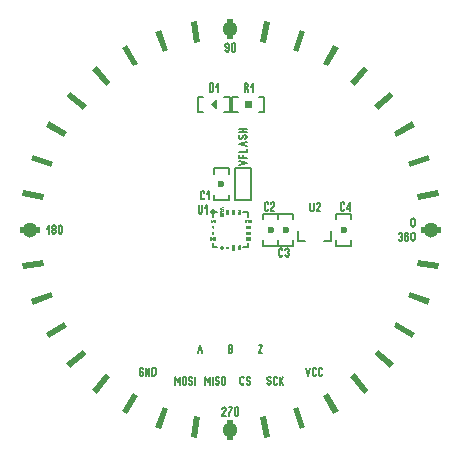
<source format=gbr>
%FSLAX34Y34*%
%MOMM*%
%LNSILK_TOP*%
G71*
G01*
%ADD10C, 0.152*%
%ADD11C, 0.500*%
%ADD12C, 0.032*%
%ADD13C, 0.127*%
%ADD14C, 0.150*%
%ADD15C, 0.600*%
%ADD16C, 1.300*%
%ADD17C, 0.203*%
%ADD18C, 0.100*%
%ADD19R, 1.800X0.500*%
%ADD20R, 0.500X1.800*%
%LPD*%
G54D10*
X-15000Y-10864D02*
X-15000Y-14952D01*
X-10910Y-14952D01*
G54D10*
X-15000Y10963D02*
X-15000Y15051D01*
X-10910Y15051D01*
G54D10*
X10913Y15051D02*
X15003Y15050D01*
X15003Y10962D01*
G54D10*
X15003Y-10863D02*
X15003Y-14952D01*
X10914Y-14952D01*
X-15000Y15051D02*
G54D11*
D03*
G54D12*
X17305Y8056D02*
X17216Y8278D01*
X17038Y8389D01*
X16860Y8389D01*
X16682Y8278D01*
X16593Y8056D01*
X16593Y7834D01*
X16682Y7612D01*
X16860Y7500D01*
X17038Y7500D01*
X17216Y7389D01*
X17305Y7167D01*
X17305Y6945D01*
X17216Y6723D01*
X17038Y6612D01*
X16860Y6612D01*
X16682Y6723D01*
X16593Y6945D01*
G54D12*
X15260Y8056D02*
X15349Y8278D01*
X15527Y8389D01*
X15705Y8389D01*
X15883Y8278D01*
X15972Y8056D01*
X15972Y6945D01*
X15883Y6723D01*
X15705Y6612D01*
X15527Y6612D01*
X15349Y6723D01*
X15260Y6945D01*
G54D12*
X14639Y6612D02*
X14638Y8389D01*
X14016Y8389D01*
G54D12*
X13394Y8389D02*
X13395Y6612D01*
G54D12*
X13394Y7834D02*
X12683Y6612D01*
G54D12*
X13128Y7500D02*
X12683Y8389D01*
G54D12*
X8391Y16780D02*
X6613Y16336D01*
X8391Y15891D01*
G54D12*
X6613Y15269D02*
X8391Y15269D01*
X8391Y14825D01*
X8280Y14647D01*
X8057Y14558D01*
X6946Y14558D01*
X6724Y14647D01*
X6613Y14825D01*
X6613Y15269D01*
G54D12*
X6613Y13936D02*
X8391Y13936D01*
X8391Y13492D01*
X8280Y13314D01*
X8057Y13225D01*
X6946Y13225D01*
X6724Y13314D01*
X6613Y13492D01*
X6613Y13936D01*
G54D12*
X1612Y16683D02*
X3390Y16683D01*
X1612Y15972D01*
X3390Y15972D01*
G54D12*
X1612Y14639D02*
X3390Y15350D01*
G54D12*
X1945Y13306D02*
X1723Y13395D01*
X1612Y13573D01*
X1612Y13750D01*
X1723Y13928D01*
X1945Y14017D01*
X3056Y14017D01*
X3278Y13928D01*
X3390Y13750D01*
X3390Y13573D01*
X3278Y13395D01*
X3056Y13306D01*
G54D12*
X-3389Y16684D02*
X-1612Y16684D01*
X-3389Y15973D01*
X-1612Y15973D01*
G54D12*
X-3389Y14640D02*
X-1612Y15351D01*
G54D12*
X-3056Y13307D02*
X-3278Y13396D01*
X-3389Y13573D01*
X-3389Y13751D01*
X-3278Y13929D01*
X-3056Y14018D01*
X-1945Y14018D01*
X-1723Y13929D01*
X-1612Y13751D01*
X-1612Y13573D01*
X-1723Y13396D01*
X-1945Y13307D01*
G54D12*
X-6610Y18780D02*
X-8388Y18335D01*
X-6610Y17891D01*
G54D12*
X-8388Y17269D02*
X-6610Y17269D01*
X-6610Y16646D01*
G54D12*
X-7499Y17269D02*
X-7499Y16646D01*
G54D12*
X-6610Y16025D02*
X-8388Y16025D01*
X-8388Y15402D01*
G54D12*
X-8388Y14781D02*
X-6610Y14336D01*
X-8388Y13892D01*
G54D12*
X-7722Y14603D02*
X-7722Y14070D01*
G54D12*
X-8055Y13270D02*
X-8277Y13181D01*
X-8388Y13003D01*
X-8388Y12825D01*
X-8277Y12648D01*
X-8055Y12559D01*
X-7833Y12559D01*
X-7610Y12648D01*
X-7499Y12825D01*
X-7499Y13003D01*
X-7388Y13181D01*
X-7166Y13270D01*
X-6944Y13270D01*
X-6722Y13181D01*
X-6610Y13003D01*
X-6610Y12825D01*
X-6722Y12648D01*
X-6944Y12558D01*
G54D12*
X-8388Y11937D02*
X-6610Y11937D01*
G54D12*
X-8388Y11226D02*
X-6610Y11226D01*
G54D12*
X-7499Y11937D02*
X-7499Y11226D01*
G54D12*
X-14556Y3390D02*
X-15001Y1612D01*
X-15445Y3390D01*
G54D12*
X-14734Y2723D02*
X-15268Y2723D01*
G54D12*
X-12912Y-6613D02*
X-12912Y-8391D01*
X-13356Y-7280D01*
X-13801Y-8391D01*
X-13801Y-6613D01*
G54D12*
X-15134Y-8058D02*
X-15134Y-6946D01*
X-15045Y-6724D01*
X-14867Y-6613D01*
X-14689Y-6613D01*
X-14512Y-6724D01*
X-14423Y-6946D01*
X-14423Y-8058D01*
X-14512Y-8280D01*
X-14689Y-8391D01*
X-14867Y-8391D01*
X-15045Y-8280D01*
X-15134Y-8058D01*
G54D12*
X-15756Y-6946D02*
X-15845Y-6724D01*
X-16022Y-6613D01*
X-16200Y-6613D01*
X-16378Y-6724D01*
X-16467Y-6946D01*
X-16467Y-7169D01*
X-16378Y-7391D01*
X-16200Y-7502D01*
X-16022Y-7502D01*
X-15845Y-7613D01*
X-15756Y-7835D01*
X-15756Y-8058D01*
X-15845Y-8280D01*
X-16022Y-8391D01*
X-16200Y-8391D01*
X-16378Y-8280D01*
X-16467Y-8058D01*
G54D12*
X-17089Y-6613D02*
X-17089Y-8391D01*
G54D12*
X16685Y3389D02*
X16685Y1611D01*
X15974Y3389D01*
X15974Y1611D01*
G54D12*
X15352Y3389D02*
X14641Y1611D01*
G54D12*
X13308Y3055D02*
X13397Y3278D01*
X13575Y3389D01*
X13752Y3389D01*
X13930Y3278D01*
X14019Y3055D01*
X14019Y1944D01*
X13930Y1722D01*
X13752Y1611D01*
X13575Y1611D01*
X13397Y1722D01*
X13308Y1944D01*
G54D12*
X16685Y-6613D02*
X16685Y-8391D01*
X15974Y-6613D01*
X15974Y-8391D01*
G54D12*
X15352Y-6613D02*
X14641Y-8391D01*
G54D12*
X13308Y-6946D02*
X13397Y-6724D01*
X13575Y-6613D01*
X13753Y-6613D01*
X13930Y-6724D01*
X14019Y-6946D01*
X14019Y-8058D01*
X13930Y-8280D01*
X13753Y-8391D01*
X13575Y-8391D01*
X13397Y-8280D01*
X13308Y-8058D01*
G54D12*
X-14645Y-3390D02*
X-15356Y-3390D01*
X-14645Y-1612D01*
X-15356Y-1612D01*
G54D12*
X16685Y-1612D02*
X16685Y-3389D01*
X15974Y-1612D01*
X15974Y-3389D01*
G54D12*
X15352Y-1612D02*
X14641Y-3389D01*
G54D12*
X13308Y-1945D02*
X13397Y-1723D01*
X13575Y-1612D01*
X13753Y-1612D01*
X13930Y-1723D01*
X14019Y-1945D01*
X14019Y-3056D01*
X13930Y-3278D01*
X13753Y-3389D01*
X13575Y-3389D01*
X13397Y-3278D01*
X13308Y-3056D01*
G54D12*
X-8055Y-14691D02*
X-8277Y-14602D01*
X-8388Y-14424D01*
X-8388Y-14246D01*
X-8277Y-14069D01*
X-8055Y-13980D01*
X-6944Y-13980D01*
X-6722Y-14069D01*
X-6610Y-14246D01*
X-6610Y-14424D01*
X-6722Y-14602D01*
X-6944Y-14691D01*
G54D12*
X-8055Y-15313D02*
X-8277Y-15402D01*
X-8388Y-15580D01*
X-8388Y-15757D01*
X-8277Y-15935D01*
X-8055Y-16024D01*
X-7833Y-16024D01*
X-7610Y-15935D01*
X-7499Y-15757D01*
X-7499Y-15580D01*
X-7388Y-15402D01*
X-7166Y-15313D01*
X-6944Y-15313D01*
X-6722Y-15402D01*
X-6610Y-15580D01*
X-6610Y-15757D01*
X-6722Y-15935D01*
X-6944Y-16024D01*
G54D12*
X-3389Y-14647D02*
X-1612Y-14647D01*
X-1612Y-15091D01*
X-1723Y-15269D01*
X-1945Y-15358D01*
X-2167Y-15358D01*
X-2389Y-15269D01*
X-2500Y-15091D01*
X-2612Y-15269D01*
X-2834Y-15358D01*
X-3056Y-15358D01*
X-3278Y-15269D01*
X-3389Y-15091D01*
X-3389Y-14647D01*
G54D12*
X-2500Y-14647D02*
X-2500Y-15091D01*
G54D12*
X1614Y-12914D02*
X3392Y-12914D01*
X2281Y-13358D01*
X3392Y-13803D01*
X1614Y-13803D01*
G54D12*
X1614Y-14425D02*
X3392Y-14425D01*
G54D12*
X1948Y-15047D02*
X1725Y-15136D01*
X1614Y-15314D01*
X1614Y-15491D01*
X1725Y-15669D01*
X1948Y-15758D01*
X2170Y-15758D01*
X2392Y-15669D01*
X2503Y-15491D01*
X2503Y-15314D01*
X2614Y-15136D01*
X2836Y-15047D01*
X3059Y-15047D01*
X3281Y-15136D01*
X3392Y-15314D01*
X3392Y-15491D01*
X3281Y-15669D01*
X3059Y-15758D01*
G54D12*
X3059Y-17091D02*
X1948Y-17091D01*
X1725Y-17002D01*
X1614Y-16824D01*
X1614Y-16646D01*
X1725Y-16469D01*
X1948Y-16380D01*
X3059Y-16380D01*
X3281Y-16469D01*
X3392Y-16646D01*
X3392Y-16824D01*
X3281Y-17002D01*
X3059Y-17091D01*
G54D12*
X7502Y-13669D02*
X7502Y-14025D01*
X6947Y-14025D01*
X6724Y-13936D01*
X6613Y-13758D01*
X6613Y-13580D01*
X6724Y-13403D01*
X6947Y-13314D01*
X8058Y-13314D01*
X8280Y-13403D01*
X8391Y-13580D01*
X8391Y-13758D01*
X8280Y-13936D01*
X8058Y-14025D01*
G54D12*
X6613Y-14647D02*
X8391Y-14647D01*
X6613Y-15358D01*
X8391Y-15358D01*
G54D12*
X6613Y-15980D02*
X8391Y-15980D01*
X8391Y-16424D01*
X8280Y-16602D01*
X8058Y-16691D01*
X6947Y-16691D01*
X6724Y-16602D01*
X6613Y-16424D01*
X6613Y-15980D01*
G54D12*
X-13318Y8389D02*
X-13318Y6612D01*
X-14029Y8389D01*
X-14029Y6612D01*
G54D12*
X-14651Y8389D02*
X-15362Y6612D01*
G54D12*
X-16695Y8056D02*
X-16606Y8278D01*
X-16429Y8389D01*
X-16251Y8389D01*
X-16073Y8278D01*
X-15984Y8056D01*
X-15984Y6945D01*
X-16073Y6723D01*
X-16251Y6612D01*
X-16429Y6612D01*
X-16606Y6723D01*
X-16695Y6945D01*
G54D13*
X-26937Y20748D02*
X-26937Y14971D01*
X-26581Y14082D01*
X-25870Y13638D01*
X-25159Y13638D01*
X-24448Y14082D01*
X-24092Y14971D01*
X-24092Y20748D01*
G54D13*
X-21604Y18082D02*
X-19826Y20748D01*
X-19826Y13638D01*
G54D13*
X-21056Y-131444D02*
X-21056Y-124333D01*
X-19279Y-128777D01*
X-17501Y-124333D01*
X-17501Y-131444D01*
G54D13*
X-15012Y-131444D02*
X-15012Y-124333D01*
G54D13*
X-12522Y-130110D02*
X-12167Y-130999D01*
X-11456Y-131444D01*
X-10745Y-131444D01*
X-10034Y-130999D01*
X-9678Y-130110D01*
X-9678Y-129222D01*
X-10034Y-128333D01*
X-10745Y-127888D01*
X-11456Y-127888D01*
X-12167Y-127444D01*
X-12522Y-126555D01*
X-12522Y-125666D01*
X-12167Y-124777D01*
X-11456Y-124333D01*
X-10745Y-124333D01*
X-10034Y-124777D01*
X-9678Y-125666D01*
G54D13*
X-4345Y-125666D02*
X-4345Y-130110D01*
X-4701Y-130999D01*
X-5412Y-131444D01*
X-6123Y-131444D01*
X-6834Y-130999D01*
X-7190Y-130110D01*
X-7190Y-125666D01*
X-6834Y-124777D01*
X-6123Y-124333D01*
X-5412Y-124333D01*
X-4701Y-124777D01*
X-4345Y-125666D01*
G54D13*
X-46456Y-131444D02*
X-46456Y-124333D01*
X-44678Y-128777D01*
X-42900Y-124333D01*
X-42900Y-131444D01*
G54D13*
X-37567Y-125666D02*
X-37567Y-130110D01*
X-37922Y-130999D01*
X-38633Y-131444D01*
X-39344Y-131444D01*
X-40055Y-130999D01*
X-40411Y-130110D01*
X-40411Y-125666D01*
X-40055Y-124777D01*
X-39344Y-124333D01*
X-38633Y-124333D01*
X-37922Y-124777D01*
X-37567Y-125666D01*
G54D13*
X-35078Y-130110D02*
X-34722Y-130999D01*
X-34011Y-131444D01*
X-33300Y-131444D01*
X-32589Y-130999D01*
X-32234Y-130110D01*
X-32234Y-129222D01*
X-32589Y-128333D01*
X-33300Y-127888D01*
X-34011Y-127888D01*
X-34722Y-127444D01*
X-35078Y-126555D01*
X-35078Y-125666D01*
X-34722Y-124777D01*
X-34011Y-124333D01*
X-33300Y-124333D01*
X-32589Y-124777D01*
X-32234Y-125666D01*
G54D13*
X-29745Y-131444D02*
X-29745Y-124333D01*
G54D13*
X11456Y-130110D02*
X11101Y-130999D01*
X10390Y-131444D01*
X9679Y-131444D01*
X8968Y-130999D01*
X8612Y-130110D01*
X8612Y-125666D01*
X8968Y-124777D01*
X9679Y-124333D01*
X10390Y-124333D01*
X11101Y-124777D01*
X11456Y-125666D01*
G54D13*
X13945Y-130110D02*
X14301Y-130999D01*
X15012Y-131444D01*
X15723Y-131444D01*
X16434Y-130999D01*
X16789Y-130110D01*
X16789Y-129222D01*
X16434Y-128333D01*
X15723Y-127888D01*
X15012Y-127888D01*
X14301Y-127444D01*
X13945Y-126555D01*
X13945Y-125666D01*
X14301Y-124777D01*
X15012Y-124333D01*
X15723Y-124333D01*
X16434Y-124777D01*
X16789Y-125666D01*
G54D13*
X31379Y-130110D02*
X31735Y-130999D01*
X32446Y-131444D01*
X33157Y-131444D01*
X33868Y-130999D01*
X34223Y-130110D01*
X34223Y-129222D01*
X33868Y-128333D01*
X33157Y-127888D01*
X32446Y-127888D01*
X31735Y-127444D01*
X31379Y-126555D01*
X31379Y-125666D01*
X31735Y-124777D01*
X32446Y-124333D01*
X33157Y-124333D01*
X33868Y-124777D01*
X34223Y-125666D01*
G54D13*
X39556Y-130110D02*
X39201Y-130999D01*
X38490Y-131444D01*
X37779Y-131444D01*
X37068Y-130999D01*
X36712Y-130110D01*
X36712Y-125666D01*
X37068Y-124777D01*
X37779Y-124333D01*
X38490Y-124333D01*
X39201Y-124777D01*
X39556Y-125666D01*
G54D13*
X42045Y-131444D02*
X42045Y-124333D01*
G54D13*
X42045Y-129222D02*
X44889Y-124333D01*
G54D13*
X43112Y-127888D02*
X44889Y-131444D01*
G54D13*
X-27178Y-104456D02*
X-25401Y-97345D01*
X-23623Y-104456D01*
G54D13*
X-26467Y-101790D02*
X-24334Y-101790D01*
G54D13*
X-1422Y-104433D02*
X-1422Y-97322D01*
X355Y-97322D01*
X1066Y-97766D01*
X1422Y-98655D01*
X1422Y-99544D01*
X1066Y-100433D01*
X355Y-100877D01*
X1066Y-101322D01*
X1422Y-102210D01*
X1422Y-103099D01*
X1066Y-103988D01*
X355Y-104433D01*
X-1422Y-104433D01*
G54D13*
X-1422Y-100877D02*
X355Y-100877D01*
G54D13*
X24000Y-97322D02*
X26844Y-97322D01*
X24000Y-104433D01*
X26844Y-104433D01*
G54D13*
X-75234Y-120332D02*
X-73811Y-120332D01*
X-73811Y-122554D01*
X-74167Y-123443D01*
X-74878Y-123888D01*
X-75589Y-123888D01*
X-76300Y-123443D01*
X-76656Y-122554D01*
X-76656Y-118110D01*
X-76300Y-117221D01*
X-75589Y-116777D01*
X-74878Y-116777D01*
X-74167Y-117221D01*
X-73811Y-118110D01*
G54D13*
X-71323Y-123888D02*
X-71323Y-116777D01*
X-68478Y-123888D01*
X-68478Y-116777D01*
G54D13*
X-65990Y-123888D02*
X-65990Y-116777D01*
X-64212Y-116777D01*
X-63501Y-117221D01*
X-63145Y-118110D01*
X-63145Y-122554D01*
X-63501Y-123443D01*
X-64212Y-123888D01*
X-65990Y-123888D01*
G54D13*
X63665Y-116777D02*
X65443Y-123888D01*
X67221Y-116777D01*
G54D13*
X72555Y-122554D02*
X72199Y-123443D01*
X71488Y-123888D01*
X70777Y-123888D01*
X70066Y-123443D01*
X69710Y-122554D01*
X69710Y-118110D01*
X70066Y-117221D01*
X70777Y-116777D01*
X71488Y-116777D01*
X72199Y-117221D01*
X72555Y-118110D01*
G54D13*
X77888Y-122554D02*
X77532Y-123443D01*
X76821Y-123888D01*
X76110Y-123888D01*
X75399Y-123443D01*
X75043Y-122554D01*
X75043Y-118110D01*
X75399Y-117221D01*
X76110Y-116777D01*
X76821Y-116777D01*
X77532Y-117221D01*
X77888Y-118110D01*
G54D14*
X-1149Y47108D02*
X-1148Y51870D01*
X-13849Y51870D01*
X-13849Y47108D01*
G54D14*
X-1149Y29645D02*
X-1149Y24883D01*
X-13849Y24883D01*
X-13849Y29645D01*
X-7498Y38376D02*
G54D15*
D03*
G54D13*
X-22129Y26904D02*
X-22485Y26015D01*
X-23196Y25571D01*
X-23907Y25571D01*
X-24618Y26015D01*
X-24974Y26904D01*
X-24974Y31349D01*
X-24618Y32238D01*
X-23907Y32682D01*
X-23196Y32682D01*
X-22485Y32238D01*
X-22129Y31349D01*
G54D13*
X-19641Y30015D02*
X-17863Y32682D01*
X-17863Y25571D01*
G54D14*
X27782Y-8731D02*
X27782Y-13494D01*
X40482Y-13494D01*
X40482Y-8731D01*
G54D14*
X27782Y8731D02*
X27782Y13494D01*
X40482Y13494D01*
X40482Y8731D01*
X34131Y0D02*
G54D15*
D03*
G54D13*
X31986Y17347D02*
X31630Y16458D01*
X30919Y16014D01*
X30208Y16014D01*
X29497Y16458D01*
X29141Y17347D01*
X29141Y21792D01*
X29497Y22680D01*
X30208Y23125D01*
X30919Y23125D01*
X31630Y22680D01*
X31986Y21792D01*
G54D13*
X37319Y16014D02*
X34474Y16014D01*
X34474Y16458D01*
X34830Y17347D01*
X36963Y20014D01*
X37319Y20902D01*
X37319Y21792D01*
X36963Y22680D01*
X36252Y23125D01*
X35541Y23125D01*
X34830Y22680D01*
X34474Y21792D01*
G54D13*
X-155066Y889D02*
X-153288Y3555D01*
X-153288Y-3556D01*
G54D13*
X-149021Y0D02*
X-149732Y0D01*
X-150443Y444D01*
X-150799Y1333D01*
X-150799Y2222D01*
X-150443Y3111D01*
X-149732Y3555D01*
X-149021Y3555D01*
X-148310Y3111D01*
X-147954Y2222D01*
X-147954Y1333D01*
X-148310Y444D01*
X-149021Y0D01*
X-148310Y-445D01*
X-147954Y-1334D01*
X-147954Y-2222D01*
X-148310Y-3111D01*
X-149021Y-3556D01*
X-149732Y-3556D01*
X-150443Y-3111D01*
X-150799Y-2222D01*
X-150799Y-1334D01*
X-150443Y-445D01*
X-149732Y0D01*
G54D13*
X-142621Y2222D02*
X-142621Y-2222D01*
X-142977Y-3111D01*
X-143688Y-3556D01*
X-144399Y-3556D01*
X-145110Y-3111D01*
X-145466Y-2222D01*
X-145466Y2222D01*
X-145110Y3111D01*
X-144399Y3555D01*
X-143688Y3555D01*
X-142977Y3111D01*
X-142621Y2222D01*
G54D13*
X-4088Y152088D02*
X-3733Y151199D01*
X-3022Y150754D01*
X-2311Y150754D01*
X-1600Y151199D01*
X-1244Y152088D01*
X-1244Y154310D01*
X-1244Y154754D01*
X-2311Y153866D01*
X-3022Y153866D01*
X-3733Y154310D01*
X-4088Y155199D01*
X-4088Y156532D01*
X-3733Y157421D01*
X-3022Y157866D01*
X-2311Y157866D01*
X-1600Y157421D01*
X-1244Y156532D01*
X-1244Y154310D01*
G54D13*
X4089Y156532D02*
X4089Y152088D01*
X3733Y151199D01*
X3022Y150754D01*
X2311Y150754D01*
X1600Y151199D01*
X1244Y152088D01*
X1244Y156532D01*
X1600Y157421D01*
X2311Y157866D01*
X3022Y157866D01*
X3733Y157421D01*
X4089Y156532D01*
G54D13*
X-3910Y-157336D02*
X-6754Y-157336D01*
X-6754Y-156892D01*
X-6399Y-156003D01*
X-4266Y-153336D01*
X-3910Y-152447D01*
X-3910Y-151558D01*
X-4266Y-150670D01*
X-4977Y-150225D01*
X-5688Y-150225D01*
X-6399Y-150670D01*
X-6754Y-151558D01*
G54D13*
X-1422Y-150225D02*
X1423Y-150225D01*
X1067Y-151114D01*
X356Y-152447D01*
X-355Y-154225D01*
X-710Y-155558D01*
X-710Y-157336D01*
G54D13*
X6756Y-151558D02*
X6756Y-156003D01*
X6400Y-156892D01*
X5689Y-157336D01*
X4978Y-157336D01*
X4267Y-156892D01*
X3912Y-156003D01*
X3912Y-151558D01*
X4267Y-150670D01*
X4978Y-150225D01*
X5689Y-150225D01*
X6400Y-150670D01*
X6756Y-151558D01*
G54D13*
X156065Y8175D02*
X156065Y3731D01*
X155710Y2842D01*
X154999Y2398D01*
X154288Y2398D01*
X153577Y2842D01*
X153221Y3731D01*
X153221Y8175D01*
X153577Y9064D01*
X154288Y9509D01*
X154999Y9509D01*
X155710Y9064D01*
X156065Y8175D01*
G54D13*
X142556Y-3731D02*
X142911Y-2842D01*
X143622Y-2398D01*
X144333Y-2398D01*
X145044Y-2842D01*
X145400Y-3731D01*
X145400Y-4620D01*
X145044Y-5509D01*
X144333Y-5953D01*
X145044Y-6398D01*
X145400Y-7286D01*
X145400Y-8176D01*
X145044Y-9064D01*
X144333Y-9509D01*
X143622Y-9509D01*
X142911Y-9064D01*
X142556Y-8176D01*
G54D13*
X150733Y-3731D02*
X150377Y-2842D01*
X149666Y-2398D01*
X148955Y-2398D01*
X148244Y-2842D01*
X147888Y-3731D01*
X147888Y-5953D01*
X147888Y-6398D01*
X148955Y-5509D01*
X149666Y-5509D01*
X150377Y-5953D01*
X150733Y-6842D01*
X150733Y-8176D01*
X150377Y-9064D01*
X149666Y-9509D01*
X148955Y-9509D01*
X148244Y-9064D01*
X147888Y-8176D01*
X147888Y-5953D01*
G54D13*
X156066Y-3731D02*
X156066Y-8176D01*
X155710Y-9064D01*
X154999Y-9509D01*
X154288Y-9509D01*
X153577Y-9064D01*
X153222Y-8176D01*
X153222Y-3731D01*
X153577Y-2842D01*
X154288Y-2398D01*
X154999Y-2398D01*
X155710Y-2842D01*
X156066Y-3731D01*
X170000Y0D02*
G54D16*
D03*
X0Y170000D02*
G54D16*
D03*
X-170000Y0D02*
G54D16*
D03*
X0Y-170000D02*
G54D16*
D03*
G54D17*
X79414Y-9492D02*
X85434Y-9492D01*
X85434Y-1491D01*
G54D17*
X63412Y-9492D02*
X57418Y-9492D01*
X57418Y-1491D01*
G54D13*
X67872Y22847D02*
X67872Y17070D01*
X68227Y16181D01*
X68938Y15736D01*
X69650Y15736D01*
X70361Y16181D01*
X70716Y17070D01*
X70716Y22848D01*
G54D13*
X76049Y15736D02*
X73205Y15736D01*
X73205Y16181D01*
X73560Y17070D01*
X75694Y19736D01*
X76049Y20625D01*
X76049Y21514D01*
X75694Y22403D01*
X74982Y22848D01*
X74271Y22848D01*
X73560Y22403D01*
X73205Y21514D01*
G54D14*
X102345Y8732D02*
X102345Y13495D01*
X89645Y13495D01*
X89645Y8732D01*
G54D14*
X102345Y-8730D02*
X102345Y-13493D01*
X89645Y-13493D01*
X89645Y-8730D01*
X95996Y1D02*
G54D15*
D03*
G54D13*
X96315Y17348D02*
X95960Y16459D01*
X95248Y16015D01*
X94537Y16015D01*
X93826Y16459D01*
X93471Y17348D01*
X93471Y21793D01*
X93826Y22682D01*
X94537Y23126D01*
X95248Y23126D01*
X95960Y22682D01*
X96315Y21793D01*
G54D13*
X100937Y16015D02*
X100937Y23126D01*
X98804Y18682D01*
X98804Y17793D01*
X101648Y17793D01*
G54D14*
X40482Y-8731D02*
X40482Y-13494D01*
X53182Y-13494D01*
X53182Y-8731D01*
G54D14*
X40482Y8731D02*
X40482Y13494D01*
X53182Y13494D01*
X53182Y8731D01*
X46831Y0D02*
G54D15*
D03*
G54D13*
X44164Y-21546D02*
X43808Y-22435D01*
X43097Y-22880D01*
X42386Y-22880D01*
X41675Y-22435D01*
X41319Y-21546D01*
X41319Y-17102D01*
X41675Y-16213D01*
X42386Y-15769D01*
X43097Y-15769D01*
X43808Y-16213D01*
X44164Y-17102D01*
G54D13*
X46652Y-17102D02*
X47008Y-16213D01*
X47719Y-15769D01*
X48430Y-15769D01*
X49141Y-16213D01*
X49497Y-17102D01*
X49497Y-17991D01*
X49141Y-18880D01*
X48430Y-19324D01*
X49141Y-19769D01*
X49497Y-20658D01*
X49497Y-21546D01*
X49141Y-22435D01*
X48430Y-22880D01*
X47719Y-22880D01*
X47008Y-22435D01*
X46652Y-21546D01*
G54D14*
X23872Y100012D02*
X28635Y100012D01*
X28635Y112712D01*
X23872Y112712D01*
G54D14*
X6410Y100012D02*
X1648Y100012D01*
X1647Y112712D01*
X6410Y112712D01*
G36*
X18141Y109361D02*
X18141Y103361D01*
X12141Y103361D01*
X12141Y109361D01*
X18141Y109361D01*
G37*
G54D13*
X13432Y120318D02*
X14498Y119429D01*
X14854Y118540D01*
X14854Y116762D01*
G54D13*
X12010Y116762D02*
X12010Y123873D01*
X13787Y123873D01*
X14498Y123429D01*
X14854Y122540D01*
X14854Y121651D01*
X14498Y120762D01*
X13787Y120318D01*
X12010Y120318D01*
G54D13*
X17342Y121206D02*
X19120Y123873D01*
X19120Y116762D01*
G54D14*
X-5416Y100012D02*
X-653Y100012D01*
X-653Y112712D01*
X-5416Y112712D01*
G54D14*
X-22878Y100012D02*
X-27641Y100012D01*
X-27641Y112712D01*
X-22878Y112712D01*
G36*
X-16538Y106362D02*
X-13363Y103187D01*
X-11775Y103187D01*
X-11775Y109537D01*
X-13363Y109537D01*
X-16538Y106362D01*
G37*
G54D18*
X-16538Y106362D02*
X-13363Y103187D01*
X-11775Y103187D01*
X-11775Y109537D01*
X-13363Y109537D01*
X-16538Y106362D01*
G54D13*
X-17278Y116762D02*
X-17278Y123873D01*
X-15501Y123873D01*
X-14790Y123429D01*
X-14434Y122540D01*
X-14434Y118095D01*
X-14790Y117206D01*
X-15501Y116762D01*
X-17278Y116762D01*
G54D13*
X-11946Y121206D02*
X-10168Y123873D01*
X-10168Y116762D01*
G54D14*
X3614Y51870D02*
X17901Y51870D01*
X17901Y24883D01*
X3614Y24883D01*
X3614Y51870D01*
G54D13*
X6943Y54943D02*
X14055Y56720D01*
X6943Y58498D01*
G54D13*
X14055Y60988D02*
X6943Y60988D01*
X6943Y63477D01*
G54D13*
X10499Y60988D02*
X10499Y63477D01*
G54D13*
X6943Y65966D02*
X14055Y65966D01*
X14055Y68455D01*
G54D13*
X14055Y70944D02*
X6943Y72722D01*
X14055Y74499D01*
G54D13*
X11388Y71655D02*
X11388Y73788D01*
G54D13*
X12721Y76989D02*
X13610Y77344D01*
X14055Y78055D01*
X14055Y78766D01*
X13610Y79478D01*
X12721Y79833D01*
X11832Y79833D01*
X10943Y79478D01*
X10499Y78766D01*
X10499Y78055D01*
X10055Y77344D01*
X9166Y76989D01*
X8277Y76989D01*
X7388Y77344D01*
X6943Y78055D01*
X6943Y78766D01*
X7388Y79478D01*
X8277Y79833D01*
G54D13*
X14055Y82322D02*
X6943Y82322D01*
G54D13*
X14055Y85166D02*
X6943Y85166D01*
G54D13*
X10499Y82322D02*
X10499Y85166D01*
X170000Y0D02*
G54D19*
D03*
G36*
X176715Y28621D02*
X158988Y25495D01*
X158120Y30419D01*
X175846Y33545D01*
X176715Y28621D01*
G37*
G36*
X169060Y58872D02*
X152146Y52716D01*
X150435Y57414D01*
X167350Y63571D01*
X169060Y58872D01*
G37*
G36*
X156269Y87335D02*
X140680Y78335D01*
X138180Y82665D01*
X153769Y91665D01*
X156269Y87335D01*
G37*
G36*
X138729Y113144D02*
X124940Y101574D01*
X121726Y105404D01*
X135515Y116974D01*
X138729Y113144D01*
G37*
G36*
X116974Y135515D02*
X105404Y121726D01*
X101574Y124940D01*
X113144Y138729D01*
X116974Y135515D01*
G37*
G36*
X91665Y153769D02*
X82665Y138180D01*
X78335Y140680D01*
X87335Y156269D01*
X91665Y153769D01*
G37*
G36*
X63571Y167350D02*
X57414Y150435D01*
X52716Y152146D01*
X58872Y169060D01*
X63571Y167350D01*
G37*
G36*
X33545Y175846D02*
X30419Y158120D01*
X25495Y158988D01*
X28621Y176715D01*
X33545Y175846D01*
G37*
X0Y170000D02*
G54D20*
D03*
G36*
X-28621Y176715D02*
X-25495Y158988D01*
X-30419Y158120D01*
X-33545Y175846D01*
X-28621Y176715D01*
G37*
G36*
X-58872Y169060D02*
X-52716Y152146D01*
X-57414Y150435D01*
X-63571Y167350D01*
X-58872Y169060D01*
G37*
G36*
X-87335Y156269D02*
X-78335Y140680D01*
X-82665Y138180D01*
X-91665Y153769D01*
X-87335Y156269D01*
G37*
G36*
X-113144Y138729D02*
X-101574Y124940D01*
X-105404Y121726D01*
X-116974Y135515D01*
X-113144Y138729D01*
G37*
G36*
X-135515Y116974D02*
X-121726Y105404D01*
X-124940Y101574D01*
X-138729Y113144D01*
X-135515Y116974D01*
G37*
G36*
X-153769Y91665D02*
X-138180Y82665D01*
X-140680Y78335D01*
X-156269Y87335D01*
X-153769Y91665D01*
G37*
G36*
X-167350Y63571D02*
X-150435Y57415D01*
X-152146Y52716D01*
X-169060Y58872D01*
X-167350Y63571D01*
G37*
G36*
X-175846Y33545D02*
X-158120Y30419D01*
X-158988Y25495D01*
X-176715Y28621D01*
X-175846Y33545D01*
G37*
X-170000Y0D02*
G54D19*
D03*
G36*
X-176715Y-28621D02*
X-158988Y-25495D01*
X-158120Y-30419D01*
X-175846Y-33545D01*
X-176715Y-28621D01*
G37*
G36*
X-169060Y-58872D02*
X-152146Y-52716D01*
X-150435Y-57414D01*
X-167350Y-63571D01*
X-169060Y-58872D01*
G37*
G36*
X-156269Y-87335D02*
X-140680Y-78335D01*
X-138180Y-82665D01*
X-153769Y-91665D01*
X-156269Y-87335D01*
G37*
G36*
X-138729Y-113144D02*
X-124940Y-101574D01*
X-121726Y-105404D01*
X-135515Y-116974D01*
X-138729Y-113144D01*
G37*
G36*
X-116974Y-135515D02*
X-105404Y-121726D01*
X-101574Y-124940D01*
X-113144Y-138729D01*
X-116974Y-135515D01*
G37*
G36*
X-91665Y-153768D02*
X-82665Y-138180D01*
X-78335Y-140680D01*
X-87335Y-156268D01*
X-91665Y-153768D01*
G37*
G36*
X-63571Y-167350D02*
X-57414Y-150436D01*
X-52716Y-152146D01*
X-58872Y-169060D01*
X-63571Y-167350D01*
G37*
G36*
X-33545Y-175846D02*
X-30419Y-158120D01*
X-25495Y-158988D01*
X-28621Y-176715D01*
X-33545Y-175846D01*
G37*
X0Y-170000D02*
G54D20*
D03*
G36*
X28621Y-176715D02*
X25495Y-158988D01*
X30419Y-158120D01*
X33545Y-175846D01*
X28621Y-176715D01*
G37*
G36*
X58872Y-169060D02*
X52716Y-152146D01*
X57414Y-150436D01*
X63571Y-167350D01*
X58872Y-169060D01*
G37*
G36*
X87335Y-156268D02*
X78335Y-140680D01*
X82665Y-138180D01*
X91665Y-153768D01*
X87335Y-156268D01*
G37*
G36*
X113144Y-138729D02*
X101574Y-124940D01*
X105404Y-121726D01*
X116974Y-135515D01*
X113144Y-138729D01*
G37*
G36*
X135515Y-116974D02*
X121726Y-105404D01*
X124940Y-101574D01*
X138729Y-113144D01*
X135515Y-116974D01*
G37*
G36*
X153768Y-91665D02*
X138180Y-82665D01*
X140680Y-78335D01*
X156269Y-87335D01*
X153768Y-91665D01*
G37*
G36*
X167350Y-63571D02*
X150435Y-57414D01*
X152146Y-52716D01*
X169060Y-58872D01*
X167350Y-63571D01*
G37*
G36*
X175846Y-33545D02*
X158120Y-30419D01*
X158988Y-25495D01*
X176715Y-28621D01*
X175846Y-33545D01*
G37*
M02*

</source>
